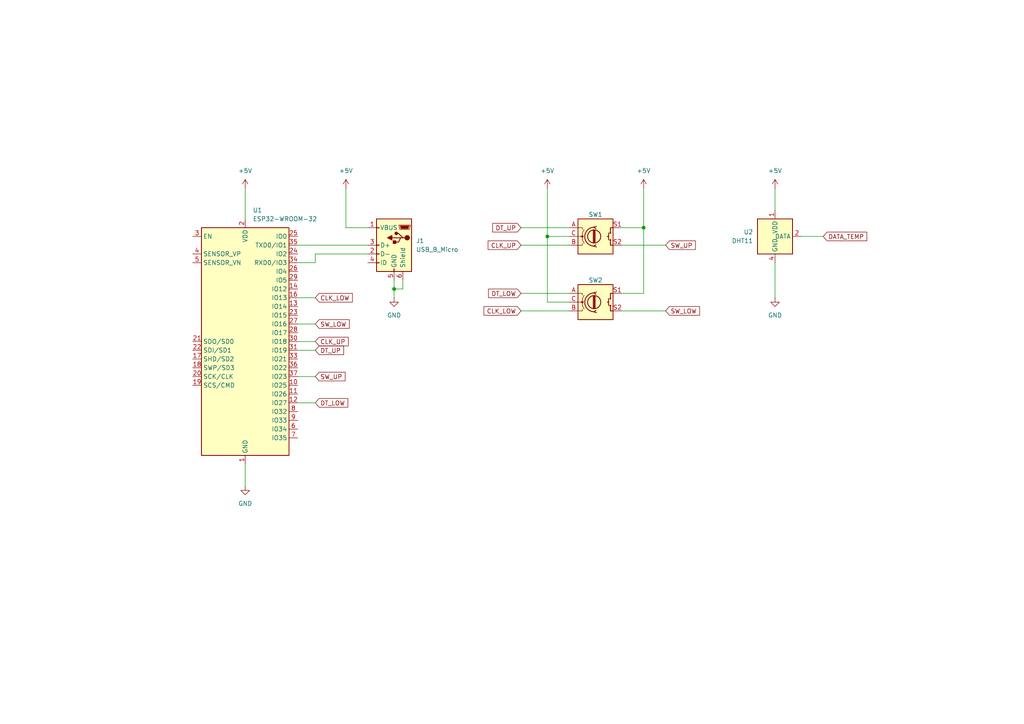
<source format=kicad_sch>
(kicad_sch (version 20231120) (generator "eeschema") (generator_version "8.0")
  (paper "A4")
  (title_block (title "PC-Table Module") (date "2024-08-29") (rev "0.1.0") (company "CircleLab Inc.") (comment 1 "Code-Version Issued: 0.3.2"))
  (lib_symbols
    (symbol "Connector:USB_B_Micro" (pin_names (offset 1.016))
      (property "Reference" "J" (at -5.08 11.43 0))
      (property "Value" "USB_B_Micro" (at -5.08 8.89 0))
      (symbol "USB_B_Micro_0_1"
        (rectangle (start -5.08 -7.62) (end 5.08 7.62) (stroke (width 0.254)) (fill (type background)))
        (circle (center -3.81 2.159) (radius 0.635) (stroke (width 0.254)) (fill (type outline)))
        (circle (center -0.635 3.429) (radius 0.381) (stroke (width 0.254)) (fill (type outline)))
        (rectangle (start -0.127 -7.62) (end 0.127 -6.858))
        (polyline (pts (xy -1.905 2.159) (xy 0.635 2.159)) (stroke (width 0.254)))
        (polyline (pts (xy -3.175 2.159) (xy -2.54 2.159) (xy -1.27 3.429) (xy -0.635 3.429)) (stroke (width 0.254)))
        (polyline (pts (xy -2.54 2.159) (xy -1.905 2.159) (xy -1.27 0.889) (xy 0 0.889)) (stroke (width 0.254)))
        (polyline (pts (xy 0.635 2.794) (xy 0.635 1.524) (xy 1.905 2.159) (xy 0.635 2.794)) (stroke (width 0.254)) (fill (type outline)))
        (polyline (pts (xy -4.318 5.588) (xy -1.778 5.588) (xy -2.032 4.826) (xy -4.064 4.826) (xy -4.318 5.588)) (fill (type outline)))
        (polyline (pts (xy -4.699 5.842) (xy -4.699 5.588) (xy -4.445 4.826) (xy -4.445 4.572) (xy -1.651 4.572) (xy -1.651 4.826) (xy -1.397 5.588) (xy -1.397 5.842) (xy -4.699 5.842)))
        (rectangle (start 0.254 1.27) (end -0.508 0.508) (stroke (width 0.254)) (fill (type outline)))
        (rectangle (start 5.08 -5.207) (end 4.318 -4.953))
        (rectangle (start 5.08 -2.667) (end 4.318 -2.413))
        (rectangle (start 5.08 -0.127) (end 4.318 0.127))
        (rectangle (start 5.08 4.953) (end 4.318 5.207))
      )
      (symbol "USB_B_Micro_1_1"
        (pin power_out line (at 7.62 5.08 180) (length 2.54) (name "VBUS") (number "1"))
        (pin bidirectional line (at 7.62 -2.54 180) (length 2.54) (name "D-") (number "2"))
        (pin bidirectional line (at 7.62 0 180) (length 2.54) (name "D+") (number "3"))
        (pin passive line (at 7.62 -5.08 180) (length 2.54) (name "ID") (number "4"))
        (pin power_out line (at 0 -10.16 90) (length 2.54) (name "GND") (number "5"))
        (pin passive line (at -2.54 -10.16 90) (length 2.54) (name "Shield") (number "6"))
      )
    )
    (symbol "Device:RotaryEncoder_Switch" (pin_names (offset 0.254) hide)
      (property "Reference" "SW" (at 0 6.604 0))
      (property "Value" "RotaryEncoder_Switch" (at 0 -6.604 0))
      (symbol "RotaryEncoder_Switch_0_1"
        (rectangle (start -5.08 5.08) (end 5.08 -5.08) (stroke (width 0.254)) (fill (type background)))
        (circle (center -3.81 0) (radius 0.254) (fill (type outline)))
        (circle (center -0.381 0) (radius 1.905) (stroke (width 0.254)))
        (arc (start -0.381 2.667) (mid -3.0988 -0.0635) (end -0.381 -2.794) (stroke (width 0.254)))
        (polyline (pts (xy -0.635 -1.778) (xy -0.635 1.778)) (stroke (width 0.254)))
        (polyline (pts (xy -0.381 -1.778) (xy -0.381 1.778)) (stroke (width 0.254)))
        (polyline (pts (xy -0.127 1.778) (xy -0.127 -1.778)) (stroke (width 0.254)))
        (polyline (pts (xy 3.81 0) (xy 3.429 0)) (stroke (width 0.254)))
        (polyline (pts (xy 3.81 1.016) (xy 3.81 -1.016)) (stroke (width 0.254)))
        (polyline (pts (xy -5.08 -2.54) (xy -3.81 -2.54) (xy -3.81 -2.032)))
        (polyline (pts (xy -5.08 2.54) (xy -3.81 2.54) (xy -3.81 2.032)))
        (polyline (pts (xy 0.254 -3.048) (xy -0.508 -2.794) (xy 0.127 -2.413)) (stroke (width 0.254)))
        (polyline (pts (xy 0.254 2.921) (xy -0.508 2.667) (xy 0.127 2.286)) (stroke (width 0.254)))
        (polyline (pts (xy 5.08 -2.54) (xy 4.318 -2.54) (xy 4.318 -1.016)) (stroke (width 0.254)))
        (polyline (pts (xy 5.08 2.54) (xy 4.318 2.54) (xy 4.318 1.016)) (stroke (width 0.254)))
        (polyline (pts (xy -5.08 0) (xy -3.81 0) (xy -3.81 -1.016) (xy -3.302 -2.032)))
        (polyline (pts (xy -4.318 0) (xy -3.81 0) (xy -3.81 1.016) (xy -3.302 2.032)))
        (circle (center 4.318 -1.016) (radius 0.127) (stroke (width 0.254)))
        (circle (center 4.318 1.016) (radius 0.127) (stroke (width 0.254)))
      )
      (symbol "RotaryEncoder_Switch_1_1"
        (pin passive line (at -7.62 2.54 0) (length 2.54) (name "A") (number "A"))
        (pin passive line (at -7.62 -2.54 0) (length 2.54) (name "B") (number "B"))
        (pin passive line (at -7.62 0 0) (length 2.54) (name "C") (number "C"))
        (pin passive line (at 7.62 2.54 180) (length 2.54) (name "S1") (number "S1"))
        (pin passive line (at 7.62 -2.54 180) (length 2.54) (name "S2") (number "S2"))
      )
    )
    (symbol "RF_Module:ESP32-WROOM-32"
      (property "Reference" "U" (at -12.7 34.29 0))
      (property "Value" "ESP32-WROOM-32" (at 1.27 34.29 0))
      (symbol "ESP32-WROOM-32_0_1"
        (rectangle (start -12.7 33.02) (end 12.7 -33.02) (stroke (width 0.254)) (fill (type background)))
      )
      (symbol "ESP32-WROOM-32_1_1"
        (pin power_in line (at 0 -35.56 90) (length 2.54) (name "GND") (number "1"))
        (pin bidirectional line (at 15.24 -12.7 180) (length 2.54) (name "IO25") (number "10"))
        (pin bidirectional line (at 15.24 -15.24 180) (length 2.54) (name "IO26") (number "11"))
        (pin bidirectional line (at 15.24 -17.78 180) (length 2.54) (name "IO27") (number "12"))
        (pin bidirectional line (at 15.24 10.16 180) (length 2.54) (name "IO14") (number "13"))
        (pin bidirectional line (at 15.24 15.24 180) (length 2.54) (name "IO12") (number "14"))
        (pin passive line (at 0 -35.56 90) (length 2.54) hide (name "GND") (number "15"))
        (pin bidirectional line (at 15.24 12.7 180) (length 2.54) (name "IO13") (number "16"))
        (pin bidirectional line (at -15.24 -5.08 0) (length 2.54) (name "SHD/SD2") (number "17"))
        (pin bidirectional line (at -15.24 -7.62 0) (length 2.54) (name "SWP/SD3") (number "18"))
        (pin bidirectional line (at -15.24 -12.7 0) (length 2.54) (name "SCS/CMD") (number "19"))
        (pin power_in line (at 0 35.56 270) (length 2.54) (name "VDD") (number "2"))
        (pin bidirectional line (at -15.24 -10.16 0) (length 2.54) (name "SCK/CLK") (number "20"))
        (pin bidirectional line (at -15.24 0 0) (length 2.54) (name "SDO/SD0") (number "21"))
        (pin bidirectional line (at -15.24 -2.54 0) (length 2.54) (name "SDI/SD1") (number "22"))
        (pin bidirectional line (at 15.24 7.62 180) (length 2.54) (name "IO15") (number "23"))
        (pin bidirectional line (at 15.24 25.4 180) (length 2.54) (name "IO2") (number "24"))
        (pin bidirectional line (at 15.24 30.48 180) (length 2.54) (name "IO0") (number "25"))
        (pin bidirectional line (at 15.24 20.32 180) (length 2.54) (name "IO4") (number "26"))
        (pin bidirectional line (at 15.24 5.08 180) (length 2.54) (name "IO16") (number "27"))
        (pin bidirectional line (at 15.24 2.54 180) (length 2.54) (name "IO17") (number "28"))
        (pin bidirectional line (at 15.24 17.78 180) (length 2.54) (name "IO5") (number "29"))
        (pin input line (at -15.24 30.48 0) (length 2.54) (name "EN") (number "3"))
        (pin bidirectional line (at 15.24 0 180) (length 2.54) (name "IO18") (number "30"))
        (pin bidirectional line (at 15.24 -2.54 180) (length 2.54) (name "IO19") (number "31"))
        (pin no_connect line (at -12.7 -27.94 0) (length 2.54) hide (name "NC") (number "32"))
        (pin bidirectional line (at 15.24 -5.08 180) (length 2.54) (name "IO21") (number "33"))
        (pin bidirectional line (at 15.24 22.86 180) (length 2.54) (name "RXD0/IO3") (number "34"))
        (pin bidirectional line (at 15.24 27.94 180) (length 2.54) (name "TXD0/IO1") (number "35"))
        (pin bidirectional line (at 15.24 -7.62 180) (length 2.54) (name "IO22") (number "36"))
        (pin bidirectional line (at 15.24 -10.16 180) (length 2.54) (name "IO23") (number "37"))
        (pin passive line (at 0 -35.56 90) (length 2.54) hide (name "GND") (number "38"))
        (pin passive line (at 0 -35.56 90) (length 2.54) hide (name "GND") (number "39"))
        (pin input line (at -15.24 25.4 0) (length 2.54) (name "SENSOR_VP") (number "4"))
        (pin input line (at -15.24 22.86 0) (length 2.54) (name "SENSOR_VN") (number "5"))
        (pin input line (at 15.24 -25.4 180) (length 2.54) (name "IO34") (number "6"))
        (pin input line (at 15.24 -27.94 180) (length 2.54) (name "IO35") (number "7"))
        (pin bidirectional line (at 15.24 -20.32 180) (length 2.54) (name "IO32") (number "8"))
        (pin bidirectional line (at 15.24 -22.86 180) (length 2.54) (name "IO33") (number "9"))
      )
    )
    (symbol "Sensor:DHT11"
      (property "Reference" "U" (at -3.81 6.35 0))
      (property "Value" "DHT11" (at 3.81 6.35 0))
      (symbol "DHT11_0_1"
        (rectangle (start -5.08 5.08) (end 5.08 -5.08) (stroke (width 0.254)) (fill (type background)))
      )
      (symbol "DHT11_1_1"
        (pin power_in line (at 0 7.62 270) (length 2.54) (name "VDD") (number "1"))
        (pin bidirectional line (at 7.62 0 180) (length 2.54) (name "DATA") (number "2"))
        (pin no_connect line (at -5.08 0 0) (length 2.54) hide (name "NC") (number "3"))
        (pin power_in line (at 0 -7.62 90) (length 2.54) (name "GND") (number "4"))
      )
    )
    (symbol "power:+5V" (power) (pin_numbers hide) (pin_names (offset 0) hide)
      (property "Value" "+5V" (at 0 3.556 0))
      (symbol "+5V_0_1"
        (polyline (pts (xy -0.762 1.27) (xy 0 2.54)))
        (polyline (pts (xy 0 0) (xy 0 2.54)))
        (polyline (pts (xy 0 2.54) (xy 0.762 1.27)))
      )
      (symbol "+5V_1_1"
        (pin power_in line (at 0 0 90) (length 0) (name "~") (number "1"))
      )
    )
    (symbol "power:GND" (power) (pin_numbers hide) (pin_names (offset 0) hide)
      (property "Value" "GND" (at 0 -3.81 0))
      (symbol "GND_0_1"
        (polyline (pts (xy 0 0) (xy 0 -1.27) (xy 1.27 -1.27) (xy 0 -2.54) (xy -1.27 -1.27) (xy 0 -1.27)))
      )
      (symbol "GND_1_1"
        (pin power_in line (at 0 0 270) (length 0) (name "~") (number "1"))
      )
    )
  )
  (junction (at 186.69 66.04))
  (junction (at 114.3 83.82))
  (junction (at 158.75 68.58))
  (wire (pts (xy 158.75 87.63) (xy 165.1 87.63)))
  (wire (pts (xy 158.75 68.58) (xy 165.1 68.58)))
  (wire (pts (xy 151.13 85.09) (xy 165.1 85.09)))
  (wire (pts (xy 86.36 116.84) (xy 91.44 116.84)))
  (wire (pts (xy 180.34 71.12) (xy 193.04 71.12)))
  (wire (pts (xy 186.69 85.09) (xy 180.34 85.09)))
  (wire (pts (xy 91.44 73.66) (xy 106.68 73.66)))
  (wire (pts (xy 158.75 68.58) (xy 158.75 87.63)))
  (wire (pts (xy 114.3 81.28) (xy 114.3 83.82)))
  (wire (pts (xy 86.36 99.06) (xy 91.44 99.06)))
  (wire (pts (xy 86.36 71.12) (xy 106.68 71.12)))
  (wire (pts (xy 71.12 54.61) (xy 71.12 63.5)))
  (wire (pts (xy 186.69 54.61) (xy 186.69 66.04)))
  (wire (pts (xy 100.33 66.04) (xy 106.68 66.04)))
  (wire (pts (xy 86.36 93.98) (xy 91.44 93.98)))
  (wire (pts (xy 186.69 66.04) (xy 186.69 85.09)))
  (wire (pts (xy 232.41 68.58) (xy 238.76 68.58)))
  (wire (pts (xy 116.84 81.28) (xy 116.84 83.82)))
  (wire (pts (xy 91.44 76.2) (xy 91.44 73.66)))
  (wire (pts (xy 114.3 83.82) (xy 114.3 86.36)))
  (wire (pts (xy 224.79 54.61) (xy 224.79 60.96)))
  (wire (pts (xy 86.36 101.6) (xy 91.44 101.6)))
  (wire (pts (xy 186.69 66.04) (xy 180.34 66.04)))
  (wire (pts (xy 151.13 71.12) (xy 165.1 71.12)))
  (wire (pts (xy 116.84 83.82) (xy 114.3 83.82)))
  (wire (pts (xy 151.13 66.04) (xy 165.1 66.04)))
  (wire (pts (xy 151.13 90.17) (xy 165.1 90.17)))
  (wire (pts (xy 180.34 90.17) (xy 193.04 90.17)))
  (wire (pts (xy 86.36 86.36) (xy 91.44 86.36)))
  (wire (pts (xy 224.79 76.2) (xy 224.79 86.36)))
  (wire (pts (xy 100.33 54.61) (xy 100.33 66.04)))
  (wire (pts (xy 86.36 76.2) (xy 91.44 76.2)))
  (wire (pts (xy 86.36 109.22) (xy 91.44 109.22)))
  (wire (pts (xy 158.75 54.61) (xy 158.75 68.58)))
  (wire (pts (xy 71.12 134.62) (xy 71.12 140.97)))
  (global_label "SW_LOW" (shape input) (at 193.04 90.17 0) (property "Intersheetrefs" "${INTERSHEET_REFS}" (effects (hide yes))))
  (global_label "CLK_UP" (shape input) (at 151.13 71.12 180) (property "Intersheetrefs" "${INTERSHEET_REFS}" (effects (hide yes))))
  (global_label "CLK_LOW" (shape input) (at 151.13 90.17 180) (property "Intersheetrefs" "${INTERSHEET_REFS}" (effects (hide yes))))
  (global_label "DT_UP" (shape input) (at 151.13 66.04 180) (property "Intersheetrefs" "${INTERSHEET_REFS}" (effects (hide yes))))
  (global_label "DT_LOW" (shape input) (at 151.13 85.09 180) (property "Intersheetrefs" "${INTERSHEET_REFS}" (effects (hide yes))))
  (global_label "SW_LOW" (shape input) (at 91.44 93.98 0) (property "Intersheetrefs" "${INTERSHEET_REFS}" (effects (hide yes))))
  (global_label "CLK_LOW" (shape input) (at 91.44 86.36 0) (property "Intersheetrefs" "${INTERSHEET_REFS}" (effects (hide yes))))
  (global_label "DT_UP" (shape input) (at 91.44 101.6 0) (property "Intersheetrefs" "${INTERSHEET_REFS}" (effects (hide yes))))
  (global_label "DATA_TEMP" (shape input) (at 238.76 68.58 0) (property "Intersheetrefs" "${INTERSHEET_REFS}" (effects (hide yes))))
  (global_label "CLK_UP" (shape input) (at 91.44 99.06 0) (property "Intersheetrefs" "${INTERSHEET_REFS}" (effects (hide yes))))
  (global_label "SW_UP" (shape input) (at 193.04 71.12 0) (property "Intersheetrefs" "${INTERSHEET_REFS}" (effects (hide yes))))
  (global_label "SW_UP" (shape input) (at 91.44 109.22 0) (property "Intersheetrefs" "${INTERSHEET_REFS}" (effects (hide yes))))
  (global_label "DT_LOW" (shape input) (at 91.44 116.84 0) (property "Intersheetrefs" "${INTERSHEET_REFS}" (effects (hide yes))))
  (symbol (lib_id "power:+5V") (at 186.69 54.61 0) (unit 1)
    (property "Reference" "#PWR04" (effects (hide yes)))
    (property "Value" "+5V" (at 186.69 49.53 0))
    (property "Description" "Power symbol creates a global label with name \"+5V\"" (effects (hide yes)))
  )
  (symbol (lib_id "power:+5V") (at 158.75 54.61 0) (unit 1)
    (property "Reference" "#PWR05" (effects (hide yes)))
    (property "Value" "+5V" (at 158.75 49.53 0))
    (property "Description" "Power symbol creates a global label with name \"+5V\"" (effects (hide yes)))
  )
  (symbol (lib_id "power:GND") (at 71.12 140.97 0) (unit 1)
    (property "Reference" "#PWR08" (effects (hide yes)))
    (property "Value" "GND" (at 71.12 146.05 0))
    (property "Description" "Power symbol creates a global label with name \"GND\" , ground" (effects (hide yes)))
  )
  (symbol (lib_id "power:+5V") (at 100.33 54.61 0) (unit 1)
    (property "Reference" "#PWR03" (effects (hide yes)))
    (property "Value" "+5V" (at 100.33 49.53 0))
    (property "Description" "Power symbol creates a global label with name \"+5V\"" (effects (hide yes)))
  )
  (symbol (lib_id "RF_Module:ESP32-WROOM-32") (at 71.12 99.06 0) (unit 1)
    (property "Reference" "U1" (at 73.3141 60.96 0) (effects (justify left)))
    (property "Value" "ESP32-WROOM-32" (at 73.3141 63.5 0) (effects (justify left)))
    (property "Footprint" "RF_Module:ESP32-WROOM-32" (effects (hide yes)))
    (property "Datasheet" "https://www.espressif.com/sites/default/files/documentation/esp32-wroom-32_datasheet_en.pdf" (effects (hide yes)))
    (property "Description" "RF Module, ESP32-D0WDQ6 SoC, Wi-Fi 802.11b/g/n, Bluetooth, BLE, 32-bit, 2.7-3.6V, onboard antenna, SMD" (effects (hide yes)))
  )
  (symbol (lib_id "power:GND") (at 224.79 86.36 0) (unit 1)
    (property "Reference" "#PWR07" (effects (hide yes)))
    (property "Value" "GND" (at 224.79 91.44 0))
    (property "Description" "Power symbol creates a global label with name \"GND\" , ground" (effects (hide yes)))
  )
  (symbol (lib_id "Sensor:DHT11") (at 224.79 68.58 0) (unit 1)
    (property "Reference" "U2" (at 218.44 67.3099 0) (effects (justify right)))
    (property "Value" "DHT11" (at 218.44 69.8499 0) (effects (justify right)))
    (property "Footprint" "Sensor:Aosong_DHT11_5.5x12.0_P2.54mm" (effects (hide yes)))
    (property "Datasheet" "http://akizukidenshi.com/download/ds/aosong/DHT11.pdf" (effects (hide yes)))
    (property "Description" "3.3V to 5.5V, temperature and humidity module, DHT11" (effects (hide yes)))
  )
  (symbol (lib_id "Device:RotaryEncoder_Switch") (at 172.72 68.58 0) (unit 1)
    (property "Reference" "SW1" (at 172.72 62.23 0))
    (property "Value" "RotaryEncoder_Switch" (effects (hide yes)))
    (property "Description" "Rotary encoder, dual channel, incremental quadrate outputs, with switch" (effects (hide yes)))
  )
  (symbol (lib_id "power:+5V") (at 224.79 54.61 0) (unit 1)
    (property "Reference" "#PWR06" (effects (hide yes)))
    (property "Value" "+5V" (at 224.79 49.53 0))
    (property "Description" "Power symbol creates a global label with name \"+5V\"" (effects (hide yes)))
  )
  (symbol (lib_id "power:GND") (at 114.3 86.36 0) (unit 1)
    (property "Reference" "#PWR01" (effects (hide yes)))
    (property "Value" "GND" (at 114.3 91.44 0))
    (property "Description" "Power symbol creates a global label with name \"GND\" , ground" (effects (hide yes)))
  )
  (symbol (lib_id "Device:RotaryEncoder_Switch") (at 172.72 87.63 0) (unit 1)
    (property "Reference" "SW2" (at 172.72 81.28 0))
    (property "Value" "RotaryEncoder_Switch" (effects (hide yes)))
    (property "Description" "Rotary encoder, dual channel, incremental quadrate outputs, with switch" (effects (hide yes)))
  )
  (symbol (lib_id "Connector:USB_B_Micro") (at 114.3 71.12 0) (mirror y) (unit 1)
    (property "Reference" "J1" (at 120.65 69.8499 0) (effects (justify right)))
    (property "Value" "USB_B_Micro" (at 120.65 72.3899 0) (effects (justify right)))
    (property "Description" "USB Micro Type B connector" (effects (hide yes)))
  )
  (symbol (lib_id "power:+5V") (at 71.12 54.61 0) (unit 1)
    (property "Reference" "#PWR02" (effects (hide yes)))
    (property "Value" "+5V" (at 71.12 49.53 0))
    (property "Description" "Power symbol creates a global label with name \"+5V\"" (effects (hide yes)))
  )
)
</source>
